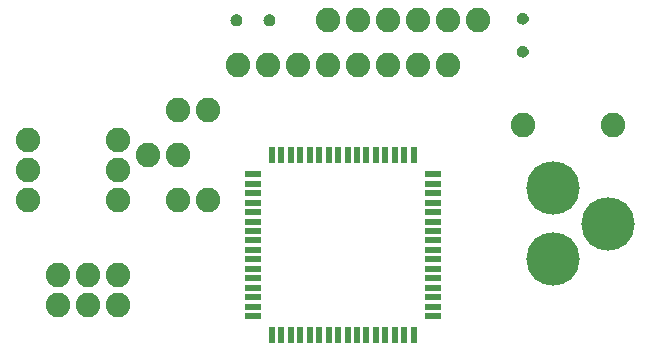
<source format=gbr>
G04 EAGLE Gerber RS-274X export*
G75*
%MOMM*%
%FSLAX34Y34*%
%LPD*%
%INSoldermask Top*%
%IPPOS*%
%AMOC8*
5,1,8,0,0,1.08239X$1,22.5*%
G01*
%ADD10C,2.082800*%
%ADD11C,4.521200*%
%ADD12R,1.473200X0.603200*%
%ADD13R,0.603200X1.473200*%

G36*
X316216Y401253D02*
X316216Y401253D01*
X316342Y401252D01*
X317353Y401391D01*
X317401Y401407D01*
X317491Y401426D01*
X318446Y401788D01*
X318489Y401814D01*
X318573Y401853D01*
X319423Y402417D01*
X319460Y402452D01*
X319532Y402509D01*
X320236Y403249D01*
X320264Y403291D01*
X320322Y403362D01*
X320843Y404240D01*
X320861Y404287D01*
X320902Y404369D01*
X321215Y405341D01*
X321222Y405391D01*
X321243Y405480D01*
X321332Y406498D01*
X321327Y406548D01*
X321328Y406639D01*
X321197Y407603D01*
X321181Y407651D01*
X321162Y407740D01*
X320820Y408651D01*
X320794Y408694D01*
X320755Y408778D01*
X320218Y409589D01*
X320183Y409625D01*
X320127Y409698D01*
X319423Y410370D01*
X319381Y410398D01*
X319310Y410456D01*
X318475Y410954D01*
X318427Y410972D01*
X318345Y411012D01*
X317420Y411312D01*
X317369Y411319D01*
X317280Y411341D01*
X316311Y411427D01*
X316264Y411423D01*
X316189Y411426D01*
X315213Y411324D01*
X315165Y411310D01*
X315075Y411294D01*
X314146Y410978D01*
X314102Y410954D01*
X314017Y410917D01*
X313182Y410403D01*
X313145Y410369D01*
X313070Y410315D01*
X312371Y409627D01*
X312341Y409586D01*
X312281Y409517D01*
X311752Y408690D01*
X311733Y408644D01*
X311689Y408563D01*
X311357Y407640D01*
X311349Y407590D01*
X311324Y407501D01*
X311206Y406527D01*
X311209Y406477D01*
X311205Y406391D01*
X311300Y405389D01*
X311314Y405340D01*
X311330Y405250D01*
X311646Y404294D01*
X311670Y404249D01*
X311706Y404165D01*
X312227Y403304D01*
X312260Y403266D01*
X312313Y403191D01*
X313013Y402467D01*
X313054Y402438D01*
X313123Y402377D01*
X313966Y401827D01*
X314012Y401807D01*
X314093Y401763D01*
X315037Y401415D01*
X315087Y401406D01*
X315175Y401381D01*
X316173Y401251D01*
X316216Y401253D01*
G37*
G36*
X344207Y401253D02*
X344207Y401253D01*
X344333Y401252D01*
X345344Y401391D01*
X345392Y401407D01*
X345482Y401426D01*
X346437Y401788D01*
X346480Y401814D01*
X346564Y401853D01*
X347414Y402417D01*
X347451Y402452D01*
X347523Y402509D01*
X348227Y403249D01*
X348255Y403291D01*
X348313Y403362D01*
X348834Y404240D01*
X348852Y404287D01*
X348893Y404369D01*
X349206Y405341D01*
X349213Y405391D01*
X349234Y405480D01*
X349323Y406498D01*
X349318Y406548D01*
X349319Y406639D01*
X349188Y407603D01*
X349172Y407651D01*
X349153Y407740D01*
X348811Y408651D01*
X348785Y408694D01*
X348746Y408778D01*
X348209Y409589D01*
X348174Y409625D01*
X348118Y409698D01*
X347414Y410370D01*
X347372Y410398D01*
X347301Y410456D01*
X346466Y410954D01*
X346418Y410972D01*
X346336Y411012D01*
X345411Y411312D01*
X345360Y411319D01*
X345271Y411341D01*
X344302Y411427D01*
X344255Y411423D01*
X344180Y411426D01*
X343204Y411324D01*
X343156Y411310D01*
X343066Y411294D01*
X342137Y410978D01*
X342093Y410954D01*
X342008Y410917D01*
X341173Y410403D01*
X341136Y410369D01*
X341061Y410315D01*
X340362Y409627D01*
X340332Y409586D01*
X340272Y409517D01*
X339743Y408690D01*
X339724Y408644D01*
X339680Y408563D01*
X339348Y407640D01*
X339340Y407590D01*
X339315Y407501D01*
X339197Y406527D01*
X339200Y406477D01*
X339196Y406391D01*
X339291Y405389D01*
X339305Y405340D01*
X339321Y405250D01*
X339637Y404294D01*
X339661Y404249D01*
X339697Y404165D01*
X340218Y403304D01*
X340251Y403266D01*
X340304Y403191D01*
X341004Y402467D01*
X341045Y402438D01*
X341114Y402377D01*
X341957Y401827D01*
X342003Y401807D01*
X342084Y401763D01*
X343028Y401415D01*
X343078Y401406D01*
X343166Y401381D01*
X344164Y401251D01*
X344207Y401253D01*
G37*
G36*
X559811Y402791D02*
X559811Y402791D01*
X559860Y402805D01*
X559950Y402821D01*
X560906Y403137D01*
X560951Y403161D01*
X561035Y403197D01*
X561896Y403718D01*
X561934Y403751D01*
X562009Y403804D01*
X562733Y404504D01*
X562762Y404545D01*
X562823Y404614D01*
X563373Y405457D01*
X563393Y405503D01*
X563437Y405584D01*
X563785Y406528D01*
X563794Y406578D01*
X563819Y406666D01*
X563949Y407664D01*
X563947Y407707D01*
X563948Y407833D01*
X563809Y408844D01*
X563793Y408892D01*
X563774Y408982D01*
X563412Y409937D01*
X563386Y409980D01*
X563348Y410064D01*
X562783Y410914D01*
X562748Y410951D01*
X562691Y411023D01*
X561952Y411727D01*
X561909Y411755D01*
X561838Y411813D01*
X560960Y412334D01*
X560913Y412352D01*
X560831Y412393D01*
X559859Y412706D01*
X559809Y412713D01*
X559720Y412734D01*
X558702Y412823D01*
X558652Y412818D01*
X558561Y412819D01*
X557597Y412688D01*
X557549Y412672D01*
X557460Y412653D01*
X556549Y412311D01*
X556506Y412285D01*
X556423Y412246D01*
X555611Y411709D01*
X555575Y411674D01*
X555502Y411618D01*
X554830Y410914D01*
X554803Y410872D01*
X554744Y410801D01*
X554246Y409966D01*
X554228Y409918D01*
X554188Y409836D01*
X553888Y408911D01*
X553881Y408860D01*
X553859Y408771D01*
X553773Y407802D01*
X553777Y407755D01*
X553774Y407680D01*
X553876Y406704D01*
X553890Y406656D01*
X553906Y406566D01*
X554222Y405637D01*
X554247Y405593D01*
X554283Y405508D01*
X554797Y404673D01*
X554831Y404636D01*
X554885Y404561D01*
X555573Y403862D01*
X555614Y403832D01*
X555683Y403772D01*
X556510Y403243D01*
X556556Y403224D01*
X556637Y403180D01*
X557560Y402848D01*
X557610Y402840D01*
X557699Y402815D01*
X558673Y402697D01*
X558723Y402700D01*
X558809Y402696D01*
X559811Y402791D01*
G37*
G36*
X559811Y374800D02*
X559811Y374800D01*
X559860Y374814D01*
X559950Y374830D01*
X560906Y375146D01*
X560951Y375170D01*
X561035Y375206D01*
X561896Y375727D01*
X561934Y375760D01*
X562009Y375813D01*
X562733Y376513D01*
X562762Y376554D01*
X562823Y376623D01*
X563373Y377466D01*
X563393Y377512D01*
X563437Y377593D01*
X563785Y378537D01*
X563794Y378587D01*
X563819Y378675D01*
X563949Y379673D01*
X563947Y379716D01*
X563948Y379842D01*
X563809Y380853D01*
X563793Y380901D01*
X563774Y380991D01*
X563412Y381946D01*
X563386Y381989D01*
X563348Y382073D01*
X562783Y382923D01*
X562748Y382960D01*
X562691Y383032D01*
X561952Y383736D01*
X561909Y383764D01*
X561838Y383822D01*
X560960Y384343D01*
X560913Y384361D01*
X560831Y384402D01*
X559859Y384715D01*
X559809Y384722D01*
X559720Y384743D01*
X558702Y384832D01*
X558652Y384827D01*
X558561Y384828D01*
X557597Y384697D01*
X557549Y384681D01*
X557460Y384662D01*
X556549Y384320D01*
X556506Y384294D01*
X556423Y384255D01*
X555611Y383718D01*
X555575Y383683D01*
X555502Y383627D01*
X554830Y382923D01*
X554803Y382881D01*
X554744Y382810D01*
X554246Y381975D01*
X554228Y381927D01*
X554188Y381845D01*
X553888Y380920D01*
X553881Y380869D01*
X553859Y380780D01*
X553773Y379811D01*
X553777Y379764D01*
X553774Y379689D01*
X553876Y378713D01*
X553890Y378665D01*
X553906Y378575D01*
X554222Y377646D01*
X554247Y377602D01*
X554283Y377517D01*
X554797Y376682D01*
X554831Y376645D01*
X554885Y376570D01*
X555573Y375871D01*
X555614Y375841D01*
X555683Y375781D01*
X556510Y375252D01*
X556556Y375233D01*
X556637Y375189D01*
X557560Y374857D01*
X557610Y374849D01*
X557699Y374824D01*
X558673Y374706D01*
X558723Y374709D01*
X558809Y374705D01*
X559811Y374800D01*
G37*
D10*
X292100Y330200D03*
X266700Y330200D03*
X292100Y254000D03*
X266700Y254000D03*
X266700Y292100D03*
X241300Y292100D03*
D11*
X584200Y264000D03*
X584200Y204000D03*
X631200Y234000D03*
D10*
X393700Y406400D03*
X419100Y406400D03*
X444500Y406400D03*
X469900Y406400D03*
X495300Y406400D03*
X520700Y406400D03*
X215900Y190500D03*
X215900Y165100D03*
X190500Y190500D03*
X190500Y165100D03*
X165100Y190500D03*
X165100Y165100D03*
X495300Y368300D03*
X469900Y368300D03*
X444500Y368300D03*
X419100Y368300D03*
X393700Y368300D03*
X368300Y368300D03*
X342900Y368300D03*
X317500Y368300D03*
X139700Y254000D03*
X215900Y254000D03*
X139700Y279400D03*
X215900Y279400D03*
X139700Y304800D03*
X215900Y304800D03*
X558800Y317500D03*
X635000Y317500D03*
D12*
X330400Y219900D03*
X330400Y211900D03*
X330400Y203900D03*
X330400Y227900D03*
X330400Y235900D03*
X330400Y195900D03*
X330400Y187900D03*
X330400Y243900D03*
X330400Y251900D03*
X330400Y179900D03*
X330400Y171900D03*
X330400Y259900D03*
X330400Y267900D03*
X330400Y163900D03*
X330400Y275900D03*
X330400Y155900D03*
D13*
X402400Y139900D03*
X410400Y139900D03*
X418400Y139900D03*
X394400Y139900D03*
X386400Y139900D03*
X426400Y139900D03*
X434400Y139900D03*
X378400Y139900D03*
X370400Y139900D03*
X442400Y139900D03*
X450400Y139900D03*
X362400Y139900D03*
X354400Y139900D03*
X458400Y139900D03*
X346400Y139900D03*
X466400Y139900D03*
D12*
X482400Y211900D03*
X482400Y219900D03*
X482400Y227900D03*
X482400Y203900D03*
X482400Y195900D03*
X482400Y235900D03*
X482400Y243900D03*
X482400Y187900D03*
X482400Y179900D03*
X482400Y251900D03*
X482400Y259900D03*
X482400Y171900D03*
X482400Y163900D03*
X482400Y267900D03*
X482400Y155900D03*
X482400Y275900D03*
D13*
X410400Y291900D03*
X402400Y291900D03*
X394400Y291900D03*
X418400Y291900D03*
X426400Y291900D03*
X386400Y291900D03*
X378400Y291900D03*
X434400Y291900D03*
X442400Y291900D03*
X370400Y291900D03*
X362400Y291900D03*
X450400Y291900D03*
X458400Y291900D03*
X354400Y291900D03*
X466400Y291900D03*
X346400Y291900D03*
M02*

</source>
